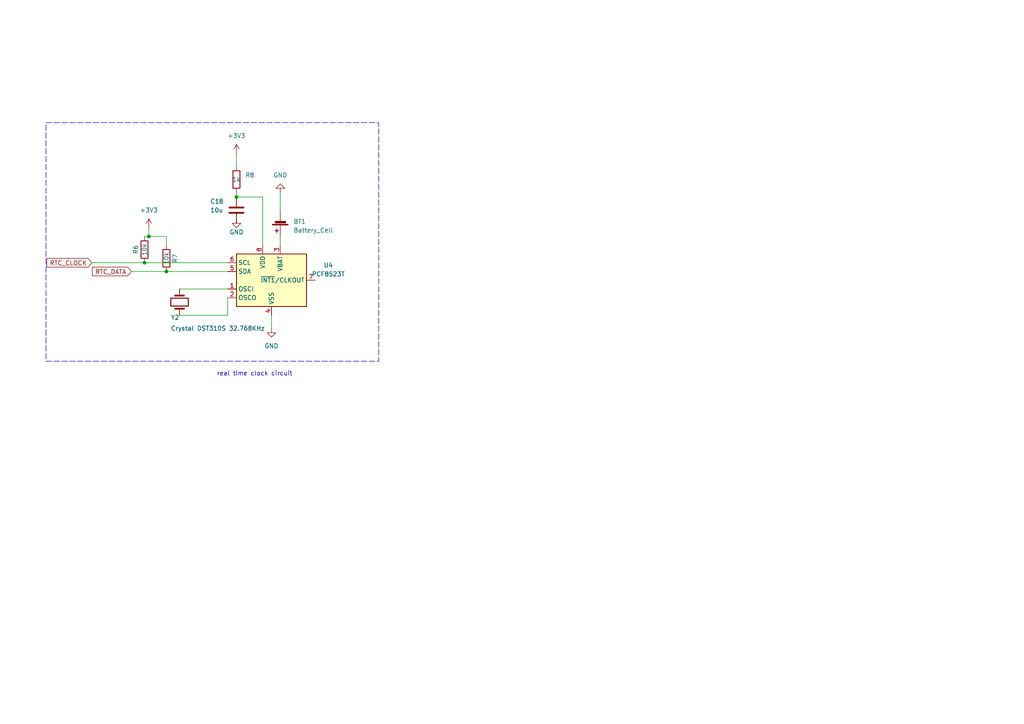
<source format=kicad_sch>
(kicad_sch (version 20230121) (generator eeschema)
  (paper "A4")
  (lib_symbols
    (symbol "Device:Battery_Cell" (pin_numbers hide) (pin_names (offset 0) hide)
      (property "Reference" "BT" (at 2.54 2.54 0))
      (property "Value" "Battery_Cell" (at 2.54 0 0))
      (symbol "Battery_Cell_0_1"
        (rectangle (start -2.286 1.778) (end 2.286 1.524) (fill (type outline)))
        (rectangle (start -1.5748 1.1938) (end 1.4732 0.6858) (fill (type outline)))
        (polyline (pts (xy 0 0.762) (xy 0 0)))
        (polyline (pts (xy 0 1.778) (xy 0 2.54)))
        (polyline (pts (xy 0.508 3.429) (xy 1.524 3.429)) (stroke (width 0.254)))
        (polyline (pts (xy 1.016 3.937) (xy 1.016 2.921)) (stroke (width 0.254)))
      )
      (symbol "Battery_Cell_1_1"
        (pin passive line (at 0 5.08 270) (length 2.54) (name "+") (number "1"))
        (pin passive line (at 0 -2.54 90) (length 2.54) (name "-") (number "2"))
      )
    )
    (symbol "Device:C" (pin_numbers hide) (pin_names (offset 0.254))
      (property "Reference" "C" (at 0.635 2.54 0))
      (property "Value" "C" (at 0.635 -2.54 0))
      (symbol "C_0_1"
        (polyline (pts (xy -2.032 -0.762) (xy 2.032 -0.762)) (stroke (width 0.508)))
        (polyline (pts (xy -2.032 0.762) (xy 2.032 0.762)) (stroke (width 0.508)))
      )
      (symbol "C_1_1"
        (pin passive line (at 0 3.81 270) (length 2.794) (name "~") (number "1"))
        (pin passive line (at 0 -3.81 90) (length 2.794) (name "~") (number "2"))
      )
    )
    (symbol "Device:Crystal" (pin_numbers hide) (pin_names (offset 1.016) hide)
      (property "Reference" "Y" (at 0 3.81 0))
      (property "Value" "Crystal" (at 0 -3.81 0))
      (symbol "Crystal_0_1"
        (rectangle (start -1.143 2.54) (end 1.143 -2.54) (stroke (width 0.3048)))
        (polyline (pts (xy -2.54 0) (xy -1.905 0)))
        (polyline (pts (xy -1.905 -1.27) (xy -1.905 1.27)) (stroke (width 0.508)))
        (polyline (pts (xy 1.905 -1.27) (xy 1.905 1.27)) (stroke (width 0.508)))
        (polyline (pts (xy 2.54 0) (xy 1.905 0)))
      )
      (symbol "Crystal_1_1"
        (pin passive line (at -3.81 0 0) (length 1.27) (name "1") (number "1"))
        (pin passive line (at 3.81 0 180) (length 1.27) (name "2") (number "2"))
      )
    )
    (symbol "Device:R" (pin_numbers hide) (pin_names (offset 0))
      (property "Reference" "R" (at 2.032 0 90))
      (property "Value" "R" (at 0 0 90))
      (symbol "R_0_1"
        (rectangle (start -1.016 -2.54) (end 1.016 2.54) (stroke (width 0.254)))
      )
      (symbol "R_1_1"
        (pin passive line (at 0 3.81 270) (length 1.27) (name "~") (number "1"))
        (pin passive line (at 0 -3.81 90) (length 1.27) (name "~") (number "2"))
      )
    )
    (symbol "Timer_RTC:PCF8523T"
      (property "Reference" "U" (at -10.16 8.89 0))
      (property "Value" "PCF8523T" (at 3.81 8.89 0))
      (symbol "PCF8523T_0_1"
        (rectangle (start -10.16 7.62) (end 10.16 -7.62) (stroke (width 0.254)) (fill (type background)))
      )
      (symbol "PCF8523T_1_1"
        (pin input line (at -12.7 -2.54 0) (length 2.54) (name "OSCI") (number "1"))
        (pin output line (at -12.7 -5.08 0) (length 2.54) (name "OSCO") (number "2"))
        (pin power_in line (at 2.54 10.16 270) (length 2.54) (name "VBAT") (number "3"))
        (pin power_in line (at 0 -10.16 90) (length 2.54) (name "VSS") (number "4"))
        (pin bidirectional line (at -12.7 2.54 0) (length 2.54) (name "SDA") (number "5"))
        (pin input line (at -12.7 5.08 0) (length 2.54) (name "SCL") (number "6"))
        (pin open_collector line (at 12.7 0 180) (length 2.54) (name "~{INT1}/CLKOUT") (number "7"))
        (pin power_in line (at -2.54 10.16 270) (length 2.54) (name "VDD") (number "8"))
      )
    )
    (symbol "power:+3V3" (power) (pin_names (offset 0))
      (property "Value" "+3V3" (at 0 3.556 0))
      (symbol "+3V3_0_1"
        (polyline (pts (xy -0.762 1.27) (xy 0 2.54)))
        (polyline (pts (xy 0 0) (xy 0 2.54)))
        (polyline (pts (xy 0 2.54) (xy 0.762 1.27)))
      )
      (symbol "+3V3_1_1"
        (pin power_in line (at 0 0 90) (length 0) hide (name "+3V3") (number "1"))
      )
    )
    (symbol "power:GND" (power) (pin_names (offset 0))
      (property "Value" "GND" (at 0 -3.81 0))
      (symbol "GND_0_1"
        (polyline (pts (xy 0 0) (xy 0 -1.27) (xy 1.27 -1.27) (xy 0 -2.54) (xy -1.27 -1.27) (xy 0 -1.27)))
      )
      (symbol "GND_1_1"
        (pin power_in line (at 0 0 270) (length 0) hide (name "GND") (number "1"))
      )
    )
  )
  (junction (at 48.26 78.74))
  (junction (at 68.58 57.15))
  (junction (at 43.18 68.58))
  (junction (at 41.91 76.2))
  (wire (pts (xy 26.67 76.2) (xy 41.91 76.2)))
  (wire (pts (xy 43.18 68.58) (xy 48.26 68.58)))
  (wire (pts (xy 52.07 83.82) (xy 66.04 83.82)))
  (wire (pts (xy 43.18 66.04) (xy 43.18 68.58)))
  (wire (pts (xy 68.58 44.45) (xy 68.58 48.26)))
  (wire (pts (xy 76.2 57.15) (xy 76.2 71.12)))
  (wire (pts (xy 66.04 86.36) (xy 66.04 91.44)))
  (wire (pts (xy 68.58 63.5) (xy 68.58 64.77)))
  (wire (pts (xy 52.07 91.44) (xy 66.04 91.44)))
  (wire (pts (xy 68.58 55.88) (xy 68.58 57.15)))
  (wire (pts (xy 81.28 55.88) (xy 81.28 60.96)))
  (wire (pts (xy 78.74 91.44) (xy 78.74 95.25)))
  (wire (pts (xy 76.2 57.15) (xy 68.58 57.15)))
  (wire (pts (xy 81.28 68.58) (xy 81.28 71.12)))
  (wire (pts (xy 41.91 76.2) (xy 66.04 76.2)))
  (wire (pts (xy 48.26 78.74) (xy 66.04 78.74)))
  (wire (pts (xy 38.1 78.74) (xy 48.26 78.74)))
  (wire (pts (xy 48.26 71.12) (xy 48.26 68.58)))
  (wire (pts (xy 41.91 68.58) (xy 43.18 68.58)))
  (rectangle (start 13.335 35.56) (end 109.855 104.775) (stroke (width 0) (type dash)))
  (text "real time clock circuit\n" (at 62.865 109.22 0) (effects (font (size 1.27 1.27)) (justify left bottom)))
  (global_label "RTC_DATA" (shape input) (at 38.1 78.74 180) (property "Intersheetrefs" "${INTERSHEET_REFS}" (effects hide)))
  (global_label "RTC_CLOCK" (shape input) (at 26.67 76.2 180) (property "Intersheetrefs" "${INTERSHEET_REFS}" (effects hide)))
  (symbol (lib_id "power:GND") (at 78.74 95.25 0) (unit 1)
    (property "Reference" "#PWR0104" (effects hide))
    (property "Value" "GND" (at 78.74 100.33 0))
  )
  (symbol (lib_id "power:+3V3") (at 68.58 44.45 0) (unit 1)
    (property "Reference" "#PWR0141" (effects hide))
    (property "Value" "+3V3" (at 68.58 39.37 0))
  )
  (symbol (lib_id "Device:R") (at 48.26 74.93 0) (unit 1)
    (property "Reference" "R7" (at 50.8 74.93 90))
    (property "Value" "10k" (at 48.26 74.93 90))
    (property "Footprint" "Capacitor_SMD:C_0402_1005Metric" (effects hide))
    (property "JLC part Number" "C25744" (effects hide))
    (property "LCSC" "C25744" (effects hide))
  )
  (symbol (lib_id "power:GND") (at 68.58 63.5 0) (unit 1)
    (property "Reference" "#PWR0103" (effects hide))
    (property "Value" "GND" (at 68.58 67.31 0))
  )
  (symbol (lib_id "Timer_RTC:PCF8523T") (at 78.74 81.28 0) (unit 1)
    (property "Reference" "U4" (at 95.25 76.9493 0))
    (property "Value" "PCF8523T" (at 95.25 79.4893 0))
    (property "Footprint" "Package_SO:SOIC-8_3.9x4.9mm_P1.27mm" (effects hide))
    (property "Datasheet" "https://www.nxp.com/docs/en/data-sheet/PCF8523.pdf" (effects hide))
    (property "JLC part Number" "C2651516" (effects hide))
    (property "LCSC" "C2651516" (effects hide))
  )
  (symbol (lib_id "Device:C") (at 68.58 60.96 0) (unit 1)
    (property "Reference" "C18" (at 60.96 58.42 0) (effects (justify left)))
    (property "Value" "10u" (at 60.96 60.96 0) (effects (justify left)))
    (property "Footprint" "Capacitor_SMD:C_0402_1005Metric" (effects hide))
    (property "JLC part Number" "C15850" (effects hide))
    (property "LCSC" "C15525" (effects hide))
  )
  (symbol (lib_id "Device:R") (at 68.58 52.07 0) (unit 1)
    (property "Reference" "R8" (at 71.12 50.7999 0) (effects (justify left)))
    (property "Value" "1k" (at 67.31 52.07 0) (effects (justify left)))
    (property "Footprint" "Capacitor_SMD:C_0402_1005Metric" (effects hide))
    (property "LCSC" "C11702" (effects hide))
  )
  (symbol (lib_id "Device:Crystal") (at 52.07 87.63 270) (unit 1)
    (property "Reference" "Y2" (at 49.53 92.075 90) (effects (justify left)))
    (property "Value" "Crystal DST310S 32.768KHz" (at 49.53 95.25 90) (effects (justify left)))
    (property "Footprint" "Crystal:Crystal_SMD_3215-2Pin_3.2x1.5mm" (effects hide))
    (property "JLC part Number" "C93232" (effects hide))
    (property "LCSC" "C93232" (effects hide))
  )
  (symbol (lib_id "Device:R") (at 41.91 72.39 0) (unit 1)
    (property "Reference" "R6" (at 39.37 72.39 90))
    (property "Value" "10k" (at 41.91 72.39 90))
    (property "Footprint" "Capacitor_SMD:C_0402_1005Metric" (effects hide))
    (property "JLC part Number" "C25744" (effects hide))
    (property "LCSC" "C25744" (effects hide))
  )
  (symbol (lib_id "Device:Battery_Cell") (at 81.28 63.5 180) (unit 1)
    (property "Reference" "BT1" (at 85.09 64.2619 0) (effects (justify right)))
    (property "Value" "Battery_Cell" (at 85.09 66.8019 0) (effects (justify right)))
    (property "Footprint" "Battery:BatteryHolder_Keystone_3000_1x12mm" (effects hide))
    (property "JLC part Number" "C964818" (effects hide))
    (property "LCSC" "C964818" (effects hide))
  )
  (symbol (lib_id "power:GND") (at 81.28 55.88 180) (unit 1)
    (property "Reference" "#PWR0102" (effects hide))
    (property "Value" "GND" (at 81.28 50.8 0))
  )
  (symbol (lib_id "power:+3V3") (at 43.18 66.04 0) (unit 1)
    (property "Reference" "#PWR0140" (effects hide))
    (property "Value" "+3V3" (at 43.18 60.96 0))
  )
)
</source>
